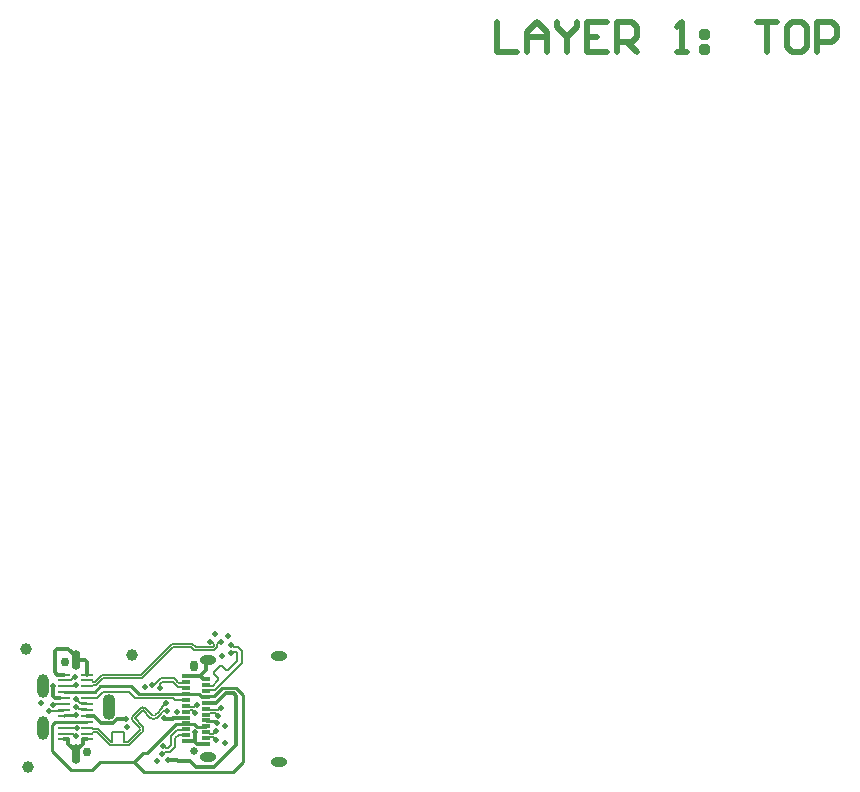
<source format=gtl>
G04*
G04 #@! TF.GenerationSoftware,Altium Limited,Altium Designer,21.2.2 (38)*
G04*
G04 Layer_Physical_Order=1*
G04 Layer_Color=255*
%FSLAX44Y44*%
%MOMM*%
G71*
G04*
G04 #@! TF.SameCoordinates,80088197-9D36-4DC1-8D3F-1B36901E71C6*
G04*
G04*
G04 #@! TF.FilePolarity,Positive*
G04*
G01*
G75*
%ADD13C,0.5080*%
%ADD22C,0.7500*%
%ADD26C,0.1410*%
%ADD27R,1.0500X0.2800*%
%ADD28R,0.7000X0.3000*%
%ADD29C,1.0000*%
%ADD30C,0.2159*%
%ADD31C,0.3048*%
%ADD32O,1.1000X2.2000*%
%ADD33O,0.7500X1.7000*%
%ADD34O,1.0000X2.0000*%
%ADD35O,1.4000X0.8000*%
%ADD36C,0.6500*%
%ADD37O,0.6500X0.9500*%
%ADD38C,0.5000*%
D13*
X420179Y653169D02*
Y627777D01*
X437107D01*
X445571D02*
Y644705D01*
X454035Y653169D01*
X462499Y644705D01*
Y627777D01*
Y640473D01*
X445571D01*
X470963Y653169D02*
Y648937D01*
X479427Y640473D01*
X487891Y648937D01*
Y653169D01*
X479427Y640473D02*
Y627777D01*
X513282Y653169D02*
X496354D01*
Y627777D01*
X513282D01*
X496354Y640473D02*
X504818D01*
X521746Y627777D02*
Y653169D01*
X534442D01*
X538674Y648937D01*
Y640473D01*
X534442Y636241D01*
X521746D01*
X530210D02*
X538674Y627777D01*
X572530D02*
X580994D01*
X576762D01*
Y653169D01*
X572530Y648937D01*
X593690Y644705D02*
X597922D01*
Y640473D01*
X593690D01*
Y644705D01*
Y632009D02*
X597922D01*
Y627777D01*
X593690D01*
Y632009D01*
X640241Y653169D02*
X657169D01*
X648705D01*
Y627777D01*
X678329Y653169D02*
X669865D01*
X665633Y648937D01*
Y632009D01*
X669865Y627777D01*
X678329D01*
X682561Y632009D01*
Y648937D01*
X678329Y653169D01*
X691025Y627777D02*
Y653169D01*
X703721D01*
X707953Y648937D01*
Y640473D01*
X703721Y636241D01*
X691025D01*
D22*
X72530Y35200D02*
D03*
X54030Y111400D02*
D03*
D26*
X190532Y104498D02*
G03*
X192527Y104498I997J997D01*
G01*
X186768Y108262D02*
G03*
X185419Y108262I-674J-674D01*
G01*
X180024Y102866D02*
G03*
X180024Y101518I674J-675D01*
G01*
X183788Y95759D02*
G03*
X183788Y97753I-997J997D01*
G01*
X135341Y67561D02*
G03*
X135346Y67566I-945J950D01*
G01*
X126304Y64320D02*
G03*
X132100Y64320I2898J2886D01*
G01*
X120247Y70377D02*
G03*
X120256Y70368I948J948D01*
G01*
X120244Y70374D02*
G03*
X120247Y70377I-945J950D01*
G01*
X113503Y63632D02*
G03*
X113505Y63635I-948J948D01*
G01*
X113505Y63630D02*
G03*
X113503Y63632I-950J-945D01*
G01*
X119559Y51778D02*
G03*
X119560Y57575I-2885J2899D01*
G01*
X133451Y69461D02*
G03*
X133446Y69456I945J-950D01*
G01*
X130206Y66216D02*
G03*
X130204Y66213I941J-954D01*
G01*
X128202Y66213D02*
G03*
X130204Y66213I1001J993D01*
G01*
X128202Y66213D02*
G03*
X128200Y66214I-944J-951D01*
G01*
X122151Y72263D02*
G03*
X122149Y72265I-956J-939D01*
G01*
D02*
G03*
X118350Y72270I-1902J-1889D01*
G01*
D02*
G03*
X118349Y72269I950J-945D01*
G01*
X111610Y65530D02*
G03*
X111609Y65530I945J-950D01*
G01*
D02*
G03*
X111609Y61735I1893J-1897D01*
G01*
D02*
G03*
X111610Y61734I945J950D01*
G01*
X117664Y55681D02*
G03*
X117666Y55679I954J941D01*
G01*
X117671Y53682D02*
G03*
X117666Y55679I-998J996D01*
G01*
X117671Y53682D02*
G03*
X117669Y53679I946J-949D01*
G01*
X117666Y53676D02*
G03*
X117669Y53679I-993J1001D01*
G01*
X117666Y53676D02*
G03*
X117664Y53674I952J-943D01*
G01*
X53252Y75570D02*
X53484Y75802D01*
X72289Y71497D02*
X72984Y70802D01*
X69134D02*
X72984D01*
X72289Y76497D02*
X72984Y75802D01*
X52934Y70251D02*
X53484Y70802D01*
X164781Y74929D02*
X165752D01*
X163195Y73344D02*
X164781Y74929D01*
X159995Y73597D02*
X160248Y73344D01*
X163195D01*
X156627Y74392D02*
X157422Y73597D01*
X159995D01*
X183454Y66028D02*
X184051D01*
X175627Y66892D02*
X176787Y68052D01*
X181430D01*
X183454Y66028D01*
X173627Y66892D02*
X175627D01*
X44493Y75570D02*
X53252D01*
X44261Y75338D02*
X44493Y75570D01*
X64178Y73156D02*
X65836Y71497D01*
X72289D01*
X63206Y73156D02*
X64178D01*
X160038Y70524D02*
X161582D01*
X159899Y70664D02*
X160038Y70524D01*
X158627Y69392D02*
X159899Y70664D01*
X163591Y68515D02*
X164562D01*
X156627Y69392D02*
X158627D01*
X161582Y70524D02*
X163591Y68515D01*
X185285Y72168D02*
X186256D01*
X173627Y71892D02*
X175627D01*
X176787Y70732D01*
X183849D02*
X185285Y72168D01*
X176787Y70732D02*
X183849D01*
X63368Y79680D02*
X66550Y76497D01*
X63206Y79680D02*
X63368D01*
X66550Y76497D02*
X72289D01*
X41529Y70251D02*
X52934D01*
X40978Y69701D02*
X41529Y70251D01*
X192527Y104498D02*
X198276Y110247D01*
X186768Y108262D02*
X190532Y104498D01*
X180024Y102866D02*
X185419Y108262D01*
X180024Y101518D02*
X183788Y97753D01*
X183788Y97753D02*
X183788Y97753D01*
X183290Y95261D02*
X183788Y95759D01*
X198276Y110247D02*
X200040Y112011D01*
X179390Y91361D02*
X183290Y95261D01*
X199214Y120078D02*
X200040Y119252D01*
X200845Y124017D02*
X203979Y120884D01*
X195470Y125467D02*
X196920Y124017D01*
X203979Y110379D02*
Y120884D01*
X196920Y124017D02*
X200845D01*
X173627Y91892D02*
X174157Y91361D01*
X195570Y118628D02*
X197021Y120078D01*
X200040Y112011D02*
Y119252D01*
X181022Y87423D02*
X203979Y110379D01*
X194599Y118628D02*
X195570D01*
X174157Y87423D02*
X181022D01*
X174157Y91361D02*
X179390D01*
X194498Y125467D02*
X195470D01*
X197021Y120078D02*
X199214D01*
X173627Y86892D02*
X174157Y87423D01*
X146073Y124391D02*
X160806D01*
X177341Y128623D02*
X178195D01*
X180447Y125203D02*
Y126371D01*
X183127D02*
X185380Y128623D01*
X161916Y127071D02*
X164979Y124008D01*
X163869Y121328D02*
X180363D01*
X118358Y100466D02*
X144963Y127071D01*
X160806Y124391D02*
X163869Y121328D01*
X144963Y127071D02*
X161916D01*
X180363Y121328D02*
X183127Y124093D01*
X164979Y124008D02*
X179252D01*
X180447Y125203D01*
X183127Y124093D02*
Y126371D01*
X185380Y128623D02*
X186234D01*
X119468Y97786D02*
X146073Y124391D01*
X178195Y128623D02*
X180447Y126371D01*
X86717Y97786D02*
X119468D01*
X114730Y50740D02*
X116224Y52234D01*
X107594Y43604D02*
X114730Y50740D01*
X103994Y43604D02*
X107594D01*
X103994D02*
Y52454D01*
X94456D02*
X103994D01*
X94456Y43604D02*
Y52454D01*
X93751Y43604D02*
X94456D01*
X93148D02*
X93751D01*
X82109Y54642D02*
X93148Y43604D01*
X136790Y69009D02*
X137777Y69996D01*
X134895Y70905D02*
X136117Y72126D01*
X135346Y67566D02*
X136790Y69009D01*
X132100Y64320D02*
X135341Y67561D01*
X120256Y70368D02*
X126304Y64320D01*
X113505Y63635D02*
X120244Y70374D01*
X113505Y63630D02*
X119560Y57575D01*
X118119Y50339D02*
X119559Y51778D01*
X133451Y69461D02*
X134895Y70905D01*
X130206Y66216D02*
X133446Y69456D01*
X122151Y72263D02*
X128200Y66214D01*
X111610Y65530D02*
X118349Y72269D01*
X111610Y61734D02*
X117664Y55681D01*
X116224Y52234D02*
X117664Y53674D01*
X108705Y40924D02*
X118119Y50339D01*
X80893Y91962D02*
X86717Y97786D01*
X77994Y91962D02*
X80893D01*
X76834Y90802D02*
X77994Y91962D01*
X72984Y90802D02*
X76834D01*
Y95802D02*
X77994Y94642D01*
X72984Y95802D02*
X76834D01*
X85606Y100466D02*
X118358D01*
X79783Y94642D02*
X85606Y100466D01*
X77994Y94642D02*
X79783D01*
X108309Y86282D02*
X113582Y81009D01*
X145638D01*
X147255Y79392D01*
X62163Y92283D02*
X63134D01*
X53652Y90970D02*
X60849D01*
X53484Y95802D02*
X54179Y96497D01*
X53484Y90802D02*
X53652Y90970D01*
X59651Y96497D02*
X61965Y98811D01*
X54179Y96497D02*
X59651D01*
X60849Y90970D02*
X62163Y92283D01*
X61965Y98811D02*
X62936D01*
X134504Y89357D02*
Y92944D01*
X134432Y89285D02*
X134504Y89357D01*
X129220Y91976D02*
X131015Y93771D01*
X131452D01*
X135180Y97499D01*
X182241Y52961D02*
X182364D01*
X156118Y53883D02*
X156627Y54392D01*
X147680Y96740D02*
X147681D01*
X177248Y47783D02*
X179757D01*
X143496Y34843D02*
X147755Y39102D01*
X154627Y94392D02*
X156627D01*
X149380Y94864D02*
X151012Y93232D01*
X179743Y50463D02*
X182241Y52961D01*
X150820Y49901D02*
X156118D01*
X144535Y97562D02*
X146859D01*
X175627Y51892D02*
X177056Y50463D01*
X139439Y38825D02*
X141847D01*
X173627Y51892D02*
X175627D01*
X143773Y40751D02*
Y48486D01*
X177056Y50463D02*
X179743D01*
X156118Y49901D02*
X156627Y49392D01*
X149380Y94864D02*
Y95041D01*
X136253Y94694D02*
X145634D01*
X145697Y94756D02*
X149902Y90552D01*
X134504Y92944D02*
X136253Y94694D01*
X154627Y89392D02*
X156627D01*
X145634Y94694D02*
X145697Y94756D01*
X173627Y46892D02*
X174422Y47687D01*
X136278Y33607D02*
X137249D01*
X174422Y47687D02*
X177152D01*
X138485Y34843D02*
X143496D01*
X177152Y47687D02*
X177248Y47783D01*
X147755Y46836D02*
X150820Y49901D01*
X179757Y47783D02*
X182255Y45285D01*
X137249Y33607D02*
X138485Y34843D01*
X182255Y45285D02*
X182378D01*
X141847Y38825D02*
X143773Y40751D01*
X128249Y91976D02*
X129220D01*
X135180Y97499D02*
X144472D01*
X144535Y97562D01*
X146859D02*
X147680Y96740D01*
X147681D02*
X149380Y95041D01*
X151012Y93232D02*
X153467D01*
X154627Y94392D01*
X138212Y40052D02*
X139439Y38825D01*
X149902Y90552D02*
X153467D01*
X154627Y89392D01*
X137290Y40052D02*
X138212D01*
X143773Y48486D02*
X149171Y53883D01*
X156118D01*
X147755Y39102D02*
Y46836D01*
X61007Y50802D02*
X63133Y48676D01*
X63628D01*
X53484Y50802D02*
X61007D01*
X137777Y69996D02*
X140730D01*
X92037Y40924D02*
X108705D01*
X77994Y51962D02*
X80999D01*
X92037Y40924D01*
X76834Y50802D02*
X77994Y51962D01*
X72984Y50802D02*
X76834D01*
X136117Y72126D02*
Y72980D01*
X139549Y76413D01*
X72984Y55802D02*
X76834D01*
X77994Y54642D02*
X82109D01*
X76834Y55802D02*
X77994Y54642D01*
X86714Y86282D02*
X108309D01*
X81234Y80802D02*
X86714Y86282D01*
X53484Y55802D02*
X53792Y55495D01*
X63719D01*
X64026Y55187D01*
X72984Y80802D02*
X81234D01*
X147255Y79392D02*
X156308D01*
D27*
X72980Y100800D02*
D03*
Y95800D02*
D03*
Y90800D02*
D03*
Y85800D02*
D03*
Y80800D02*
D03*
Y75800D02*
D03*
Y70800D02*
D03*
Y65800D02*
D03*
Y60800D02*
D03*
Y55800D02*
D03*
Y50800D02*
D03*
Y45800D02*
D03*
X53480D02*
D03*
Y50800D02*
D03*
Y55800D02*
D03*
Y60800D02*
D03*
Y65800D02*
D03*
Y70800D02*
D03*
Y75800D02*
D03*
Y80800D02*
D03*
Y85800D02*
D03*
Y90800D02*
D03*
Y95800D02*
D03*
Y100800D02*
D03*
D28*
X156627Y49392D02*
D03*
Y44392D02*
D03*
Y54392D02*
D03*
X156627Y59392D02*
D03*
X156627Y64392D02*
D03*
Y69392D02*
D03*
Y79392D02*
D03*
Y84392D02*
D03*
Y89392D02*
D03*
Y74392D02*
D03*
Y99392D02*
D03*
Y94392D02*
D03*
X173627Y46892D02*
D03*
Y41892D02*
D03*
Y66892D02*
D03*
Y61892D02*
D03*
Y56892D02*
D03*
Y86892D02*
D03*
X173627Y81892D02*
D03*
X173627Y76892D02*
D03*
X173627Y96892D02*
D03*
X173627Y51892D02*
D03*
X173627Y91892D02*
D03*
X173627Y71892D02*
D03*
D29*
X111327Y117441D02*
D03*
X21562Y122763D02*
D03*
X23311Y22313D02*
D03*
D30*
X187379Y89049D02*
X199084D01*
X180642Y82312D02*
X187379Y89049D01*
X84275Y91024D02*
X110386D01*
X73305Y86123D02*
X79373D01*
X84275Y91024D01*
X72984Y85802D02*
X73305Y86123D01*
X181140Y61809D02*
X182855Y60094D01*
Y59614D02*
Y60094D01*
X173710Y61809D02*
X181140D01*
X199084Y89049D02*
X204906Y83227D01*
Y26836D02*
Y83227D01*
X196555Y18485D02*
X204906Y26836D01*
X121293Y18485D02*
X196555D01*
X113032Y26746D02*
X121293Y18485D01*
X113032Y26746D02*
X120562Y34277D01*
X123835D01*
X148630Y59071D02*
X156306D01*
X156627Y59392D01*
X173306Y56571D02*
X173627Y56892D01*
X174707Y82172D02*
X174847Y82312D01*
X156947Y59071D02*
X163766D01*
X123835Y34277D02*
X148630Y59071D01*
X163766D02*
X166266Y56571D01*
X156627Y59392D02*
X156947Y59071D01*
X174847Y82312D02*
X180642D01*
X166266Y56571D02*
X173306D01*
X156627Y84392D02*
X156857Y84162D01*
X160061D01*
X160151Y84071D01*
X168013D01*
X169962Y82122D01*
X173907D01*
X173627Y61892D02*
X173710Y61809D01*
X84098Y26746D02*
X113032D01*
X77201Y19849D02*
X84098Y26746D01*
X117018Y84392D02*
X156627D01*
X110386Y91024D02*
X117018Y84392D01*
X53484Y85802D02*
X72984D01*
X53484Y85802D02*
X53484Y85802D01*
X59101Y19849D02*
X77201D01*
X43099Y57793D02*
X46109Y60802D01*
X43099Y35850D02*
X59101Y19849D01*
X43099Y35850D02*
Y57793D01*
X72664Y60482D02*
X72984Y60802D01*
X53805Y60482D02*
X72664D01*
X53484Y60802D02*
X53805Y60482D01*
X46109Y60802D02*
X53484D01*
Y65802D02*
X53805Y66123D01*
X62885D01*
X63397Y66635D01*
D31*
X190494Y85175D02*
X197170D01*
X182210Y76892D02*
X190494Y85175D01*
X173627Y76892D02*
X182210D01*
X44394Y82712D02*
X46180Y80926D01*
X44394Y82712D02*
Y90487D01*
X48686Y80924D02*
X49754D01*
X48684Y80926D02*
X48686Y80924D01*
X46180Y80926D02*
X48684D01*
X153724Y64368D02*
X156603D01*
X156627Y64392D01*
X138638Y63726D02*
X139304Y63060D01*
X145375D02*
X146040Y63726D01*
X138110Y63726D02*
X138638D01*
X139304Y63060D02*
X145375D01*
X153082Y63726D02*
X153724Y64368D01*
X146040Y63726D02*
X153082D01*
X84900Y59506D02*
X94757D01*
X98431Y63181D01*
X105922D01*
X78728Y65678D02*
X84900Y59506D01*
X164147Y44085D02*
Y52089D01*
X149184Y28296D02*
X149629Y27851D01*
X141033Y28296D02*
X149184D01*
X149629Y27851D02*
X159821D01*
X199301Y41334D02*
Y83045D01*
X197170Y85175D02*
X199301Y83045D01*
X165314Y22358D02*
X180326D01*
X199301Y41334D01*
X159821Y27851D02*
X165314Y22358D01*
X173482Y110947D02*
X175727Y113192D01*
X156651Y99416D02*
X162622D01*
X168714Y99853D02*
X173482Y104620D01*
X162622Y99416D02*
X163059Y99853D01*
X156627Y99392D02*
X156651Y99416D01*
X156627Y44392D02*
X163841D01*
X164147Y44085D01*
X168714Y99853D02*
X171675Y96892D01*
X173627D01*
X163059Y99853D02*
X168714D01*
X173482Y104620D02*
Y110947D01*
X164147Y44085D02*
X166341Y41892D01*
X173627D01*
X45734Y102588D02*
Y120500D01*
X47520Y100802D02*
X53484D01*
X45734Y102588D02*
X47520Y100802D01*
X45734Y120500D02*
X47520Y122285D01*
X57126D01*
X63234Y116177D01*
Y113402D02*
X71199D01*
X72984Y111617D01*
Y100802D02*
Y111617D01*
X63234Y113402D02*
Y116177D01*
X53484Y45802D02*
X56958D01*
X57082Y45678D01*
Y42205D02*
X62503Y36784D01*
X63966D02*
X69387Y42205D01*
X62503Y36784D02*
X63966D01*
X57082Y42205D02*
Y45678D01*
X69387Y45678D02*
X69511Y45802D01*
X72984D01*
X69387Y42205D02*
Y45678D01*
X44021Y90860D02*
X44394Y90487D01*
X72984Y65802D02*
X73108Y65678D01*
X78728D01*
X72984Y100802D02*
X72984Y100802D01*
D32*
X91230Y73300D02*
D03*
D33*
X63230Y113400D02*
D03*
Y33200D02*
D03*
D34*
X35230Y90800D02*
D03*
Y55800D02*
D03*
D35*
X235227Y26992D02*
D03*
Y116792D02*
D03*
X175727Y113192D02*
D03*
Y30592D02*
D03*
D36*
X163227Y35892D02*
D03*
D37*
X163227Y107892D02*
D03*
D38*
X184051Y66028D02*
D03*
X63206Y73156D02*
D03*
X44261Y75338D02*
D03*
X186256Y72168D02*
D03*
X63206Y79680D02*
D03*
X40978Y69701D02*
D03*
X165752Y74929D02*
D03*
X164562Y68515D02*
D03*
X187171Y116229D02*
D03*
X194498Y125467D02*
D03*
X194599Y118628D02*
D03*
X186234Y128623D02*
D03*
X177341D02*
D03*
X192408Y133340D02*
D03*
X148682Y69020D02*
D03*
X138110Y63726D02*
D03*
X164147Y52089D02*
D03*
X106733Y56504D02*
D03*
X105922Y63181D02*
D03*
X181518Y134883D02*
D03*
X141033Y28296D02*
D03*
X62936Y98811D02*
D03*
X63134Y92283D02*
D03*
X134432Y89285D02*
D03*
X182855Y59614D02*
D03*
X182364Y52961D02*
D03*
X136278Y33607D02*
D03*
X182378Y45285D02*
D03*
X128249Y91976D02*
D03*
X137290Y40052D02*
D03*
X140730Y69996D02*
D03*
X139549Y76413D02*
D03*
X121965Y90225D02*
D03*
X189450Y57622D02*
D03*
X189841Y42846D02*
D03*
X34337Y76303D02*
D03*
X132266Y27919D02*
D03*
X63628Y48676D02*
D03*
X64026Y55187D02*
D03*
X44021Y90860D02*
D03*
X63397Y66635D02*
D03*
M02*

</source>
